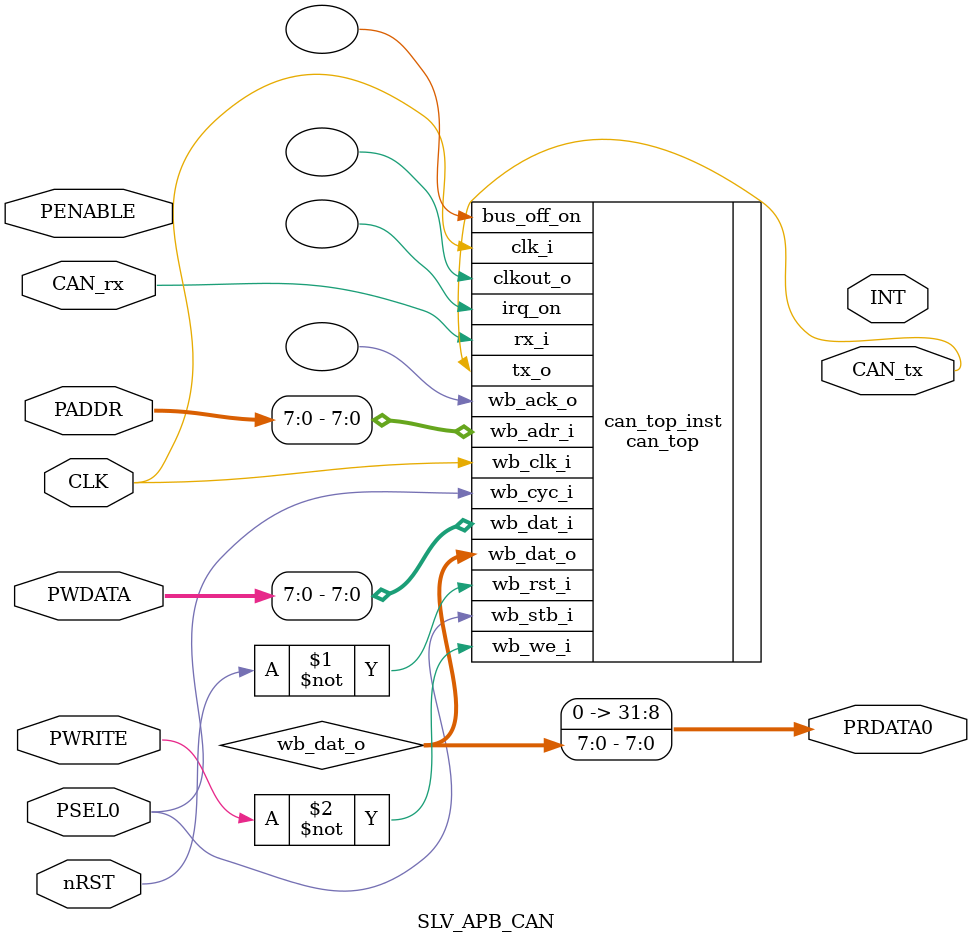
<source format=v>

module SLV_APB_CAN (
    
	// Common Control Signals
	input	wire				CLK,
	input	wire				nRST,

	// CAN Interface Signals
	input	wire				CAN_rx,
	output	wire				CAN_tx,

	// Core Interrupt Signal
    output  wire				INT,

    // Signals From Advanced Peripheral Bus (APB)
	input	wire				PSEL0,
	input	wire				PENABLE,	
	input	wire				PWRITE,
	input	wire	[31:0]		PADDR,
	input	wire	[31:0]		PWDATA,	

    // Signals To Advanced Peripheral Bus (APB)
	output	wire	[31:0]		PRDATA0
);

	wire	[7:0]	wb_dat_o;
	assign PRDATA0 = {24'b0,wb_dat_o};

	can_top can_top_inst ( 
		// WISHBONE interface signals
    	.wb_clk_i		(CLK),
    	.wb_rst_i		(~nRST),
    	.wb_dat_i		(PWDATA[7:0]),
    	.wb_dat_o		(wb_dat_o),
    	.wb_cyc_i		(PSEL0),
    	.wb_stb_i		(PSEL0),
    	.wb_we_i 		(~PWRITE),
    	.wb_adr_i		(PADDR[7:0]),
    	.wb_ack_o		(/*N.C.*/),

		// General signals
    	.clk_i			(CLK),
    	.rx_i 			(CAN_rx),
    	.tx_o 			(CAN_tx),
    	.bus_off_on		(/*N.C.*/),
    	.irq_on   		(/*N.C.*/),
    	.clkout_o  		(/*N.C.*/)
	);

endmodule

</source>
